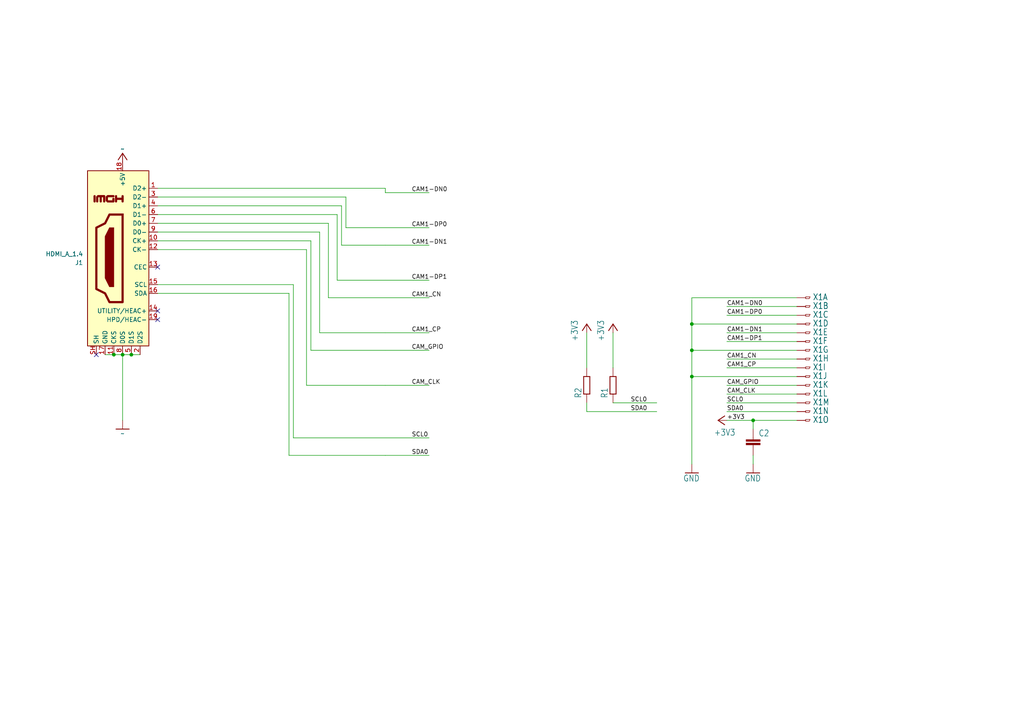
<source format=kicad_sch>
(kicad_sch (version 20231120) (generator "eeschema") (generator_version "8.0")
  (paper "A4")
  (lib_symbols
    (symbol "Connector:HDMI_A_1.4"
      (property "Reference" "J" (at -6.35 26.67 0))
      (property "Value" "HDMI_A_1.4" (at 10.16 26.67 0))
      (symbol "HDMI_A_1.4_0_0"
        (polyline (pts (xy 8.128 16.51) (xy 8.128 18.034)) (stroke (width 0.635)))
        (polyline (pts (xy 0 16.51) (xy 0 18.034) (xy 0 17.272) (xy 1.905 17.272) (xy 1.905 18.034) (xy 1.905 16.51)) (stroke (width 0.635)))
        (polyline (pts (xy 2.667 18.034) (xy 4.318 18.034) (xy 4.572 17.78) (xy 4.572 16.764) (xy 4.318 16.51) (xy 2.667 16.51) (xy 2.667 17.272)) (stroke (width 0.635)))
      )
      (symbol "HDMI_A_1.4_0_1"
        (rectangle (start -7.62 25.4) (end 10.16 -25.4) (stroke (width 0.254)) (fill (type background)))
        (polyline (pts (xy 2.54 8.89) (xy 3.81 8.89) (xy 5.08 6.35) (xy 5.08 -5.715) (xy 3.81 -8.255) (xy 2.54 -8.255) (xy 2.54 8.89)) (fill (type outline)))
        (polyline (pts (xy 5.334 16.51) (xy 5.334 18.034) (xy 6.35 18.034) (xy 6.35 16.51) (xy 6.35 18.034) (xy 7.112 18.034) (xy 7.366 17.78) (xy 7.366 16.51)) (stroke (width 0.635)))
        (polyline (pts (xy 0 12.7) (xy 0 -12.7) (xy 3.81 -12.7) (xy 5.08 -10.16) (xy 7.62 -8.89) (xy 7.62 8.89) (xy 5.08 10.16) (xy 3.81 12.7) (xy 0 12.7)) (stroke (width 0.635)))
      )
      (symbol "HDMI_A_1.4_1_1"
        (pin passive line (at -10.16 20.32 0) (length 2.54) (name "D2+") (number "1"))
        (pin passive line (at -10.16 5.08 0) (length 2.54) (name "CK+") (number "10"))
        (pin power_in line (at 2.54 -27.94 90) (length 2.54) (name "CKS") (number "11"))
        (pin passive line (at -10.16 2.54 0) (length 2.54) (name "CK-") (number "12"))
        (pin bidirectional line (at -10.16 -2.54 0) (length 2.54) (name "CEC") (number "13"))
        (pin passive line (at -10.16 -15.24 0) (length 2.54) (name "UTILITY/HEAC+") (number "14"))
        (pin passive line (at -10.16 -7.62 0) (length 2.54) (name "SCL") (number "15"))
        (pin bidirectional line (at -10.16 -10.16 0) (length 2.54) (name "SDA") (number "16"))
        (pin power_in line (at 5.08 -27.94 90) (length 2.54) (name "GND") (number "17"))
        (pin power_in line (at 0 27.94 270) (length 2.54) (name "+5V") (number "18"))
        (pin passive line (at -10.16 -17.78 0) (length 2.54) (name "HPD/HEAC-") (number "19"))
        (pin power_in line (at -5.08 -27.94 90) (length 2.54) (name "D2S") (number "2"))
        (pin passive line (at -10.16 17.78 0) (length 2.54) (name "D2-") (number "3"))
        (pin passive line (at -10.16 15.24 0) (length 2.54) (name "D1+") (number "4"))
        (pin power_in line (at -2.54 -27.94 90) (length 2.54) (name "D1S") (number "5"))
        (pin passive line (at -10.16 12.7 0) (length 2.54) (name "D1-") (number "6"))
        (pin passive line (at -10.16 10.16 0) (length 2.54) (name "D0+") (number "7"))
        (pin power_in line (at 0 -27.94 90) (length 2.54) (name "D0S") (number "8"))
        (pin passive line (at -10.16 7.62 0) (length 2.54) (name "D0-") (number "9"))
        (pin passive line (at 7.62 -27.94 90) (length 2.54) (name "SH") (number "SH"))
      )
    )
    (symbol "hdmi to ffc-eagle-import:+3V3" (power)
      (symbol "+3V3_1_0"
        (polyline (pts (xy 0 0) (xy -1.27 -1.905)) (stroke (width 0.254)))
        (polyline (pts (xy 1.27 -1.905) (xy 0 0)) (stroke (width 0.254)))
        (pin power_in line (at 0 -2.54 90) (length 2.54) (name "+3V3") (number "1"))
      )
    )
    (symbol "hdmi to ffc-eagle-import:C-EUC0805K"
      (property "Reference" "C" (at 1.524 0.381 0))
      (symbol "C-EUC0805K_1_0"
        (rectangle (start -2.032 -2.032) (end 2.032 -1.524) (fill (type outline)))
        (rectangle (start -2.032 -1.016) (end 2.032 -0.508) (fill (type outline)))
        (polyline (pts (xy 0 -2.54) (xy 0 -2.032)) (stroke (width 0.1524)))
        (polyline (pts (xy 0 0) (xy 0 -0.508)) (stroke (width 0.1524)))
        (pin passive line (at 0 2.54 270) (length 2.54) (name "1") (number "1"))
        (pin passive line (at 0 -5.08 90) (length 2.54) (name "2") (number "2"))
      )
    )
    (symbol "hdmi to ffc-eagle-import:FH12-15S-0.5SH"
      (property "Reference" "X" (at 2.032 -0.762 0))
      (symbol "FH12-15S-0.5SH_1_0"
        (polyline (pts (xy 0 -0.254) (xy 1.016 -0.254)) (stroke (width 0.1524)))
        (polyline (pts (xy 0 0.254) (xy 0 -0.254)) (stroke (width 0.1524)))
        (polyline (pts (xy 1.016 -0.254) (xy 1.27 0.254)) (stroke (width 0.1524)))
        (polyline (pts (xy 1.27 0.254) (xy 0 0.254)) (stroke (width 0.1524)))
        (pin passive line (at -2.54 0 0) (length 2.54) (name "1") (number "1"))
      )
      (symbol "FH12-15S-0.5SH_2_0"
        (polyline (pts (xy 0 -0.254) (xy 1.016 -0.254)) (stroke (width 0.1524)))
        (polyline (pts (xy 0 0.254) (xy 0 -0.254)) (stroke (width 0.1524)))
        (polyline (pts (xy 1.016 -0.254) (xy 1.27 0.254)) (stroke (width 0.1524)))
        (polyline (pts (xy 1.27 0.254) (xy 0 0.254)) (stroke (width 0.1524)))
        (pin passive line (at -2.54 0 0) (length 2.54) (name "1") (number "2"))
      )
      (symbol "FH12-15S-0.5SH_3_0"
        (polyline (pts (xy 0 -0.254) (xy 1.016 -0.254)) (stroke (width 0.1524)))
        (polyline (pts (xy 0 0.254) (xy 0 -0.254)) (stroke (width 0.1524)))
        (polyline (pts (xy 1.016 -0.254) (xy 1.27 0.254)) (stroke (width 0.1524)))
        (polyline (pts (xy 1.27 0.254) (xy 0 0.254)) (stroke (width 0.1524)))
        (pin passive line (at -2.54 0 0) (length 2.54) (name "1") (number "3"))
      )
      (symbol "FH12-15S-0.5SH_4_0"
        (polyline (pts (xy 0 -0.254) (xy 1.016 -0.254)) (stroke (width 0.1524)))
        (polyline (pts (xy 0 0.254) (xy 0 -0.254)) (stroke (width 0.1524)))
        (polyline (pts (xy 1.016 -0.254) (xy 1.27 0.254)) (stroke (width 0.1524)))
        (polyline (pts (xy 1.27 0.254) (xy 0 0.254)) (stroke (width 0.1524)))
        (pin passive line (at -2.54 0 0) (length 2.54) (name "1") (number "4"))
      )
      (symbol "FH12-15S-0.5SH_5_0"
        (polyline (pts (xy 0 -0.254) (xy 1.016 -0.254)) (stroke (width 0.1524)))
        (polyline (pts (xy 0 0.254) (xy 0 -0.254)) (stroke (width 0.1524)))
        (polyline (pts (xy 1.016 -0.254) (xy 1.27 0.254)) (stroke (width 0.1524)))
        (polyline (pts (xy 1.27 0.254) (xy 0 0.254)) (stroke (width 0.1524)))
        (pin passive line (at -2.54 0 0) (length 2.54) (name "1") (number "5"))
      )
      (symbol "FH12-15S-0.5SH_6_0"
        (polyline (pts (xy 0 -0.254) (xy 1.016 -0.254)) (stroke (width 0.1524)))
        (polyline (pts (xy 0 0.254) (xy 0 -0.254)) (stroke (width 0.1524)))
        (polyline (pts (xy 1.016 -0.254) (xy 1.27 0.254)) (stroke (width 0.1524)))
        (polyline (pts (xy 1.27 0.254) (xy 0 0.254)) (stroke (width 0.1524)))
        (pin passive line (at -2.54 0 0) (length 2.54) (name "1") (number "6"))
      )
      (symbol "FH12-15S-0.5SH_7_0"
        (polyline (pts (xy 0 -0.254) (xy 1.016 -0.254)) (stroke (width 0.1524)))
        (polyline (pts (xy 0 0.254) (xy 0 -0.254)) (stroke (width 0.1524)))
        (polyline (pts (xy 1.016 -0.254) (xy 1.27 0.254)) (stroke (width 0.1524)))
        (polyline (pts (xy 1.27 0.254) (xy 0 0.254)) (stroke (width 0.1524)))
        (pin passive line (at -2.54 0 0) (length 2.54) (name "1") (number "7"))
      )
      (symbol "FH12-15S-0.5SH_8_0"
        (polyline (pts (xy 0 -0.254) (xy 1.016 -0.254)) (stroke (width 0.1524)))
        (polyline (pts (xy 0 0.254) (xy 0 -0.254)) (stroke (width 0.1524)))
        (polyline (pts (xy 1.016 -0.254) (xy 1.27 0.254)) (stroke (width 0.1524)))
        (polyline (pts (xy 1.27 0.254) (xy 0 0.254)) (stroke (width 0.1524)))
        (pin passive line (at -2.54 0 0) (length 2.54) (name "1") (number "8"))
      )
      (symbol "FH12-15S-0.5SH_9_0"
        (polyline (pts (xy 0 -0.254) (xy 1.016 -0.254)) (stroke (width 0.1524)))
        (polyline (pts (xy 0 0.254) (xy 0 -0.254)) (stroke (width 0.1524)))
        (polyline (pts (xy 1.016 -0.254) (xy 1.27 0.254)) (stroke (width 0.1524)))
        (polyline (pts (xy 1.27 0.254) (xy 0 0.254)) (stroke (width 0.1524)))
        (pin passive line (at -2.54 0 0) (length 2.54) (name "1") (number "9"))
      )
      (symbol "FH12-15S-0.5SH_10_0"
        (polyline (pts (xy 0 -0.254) (xy 1.016 -0.254)) (stroke (width 0.1524)))
        (polyline (pts (xy 0 0.254) (xy 0 -0.254)) (stroke (width 0.1524)))
        (polyline (pts (xy 1.016 -0.254) (xy 1.27 0.254)) (stroke (width 0.1524)))
        (polyline (pts (xy 1.27 0.254) (xy 0 0.254)) (stroke (width 0.1524)))
        (pin passive line (at -2.54 0 0) (length 2.54) (name "1") (number "10"))
      )
      (symbol "FH12-15S-0.5SH_11_0"
        (polyline (pts (xy 0 -0.254) (xy 1.016 -0.254)) (stroke (width 0.1524)))
        (polyline (pts (xy 0 0.254) (xy 0 -0.254)) (stroke (width 0.1524)))
        (polyline (pts (xy 1.016 -0.254) (xy 1.27 0.254)) (stroke (width 0.1524)))
        (polyline (pts (xy 1.27 0.254) (xy 0 0.254)) (stroke (width 0.1524)))
        (pin passive line (at -2.54 0 0) (length 2.54) (name "1") (number "11"))
      )
      (symbol "FH12-15S-0.5SH_12_0"
        (polyline (pts (xy 0 -0.254) (xy 1.016 -0.254)) (stroke (width 0.1524)))
        (polyline (pts (xy 0 0.254) (xy 0 -0.254)) (stroke (width 0.1524)))
        (polyline (pts (xy 1.016 -0.254) (xy 1.27 0.254)) (stroke (width 0.1524)))
        (polyline (pts (xy 1.27 0.254) (xy 0 0.254)) (stroke (width 0.1524)))
        (pin passive line (at -2.54 0 0) (length 2.54) (name "1") (number "12"))
      )
      (symbol "FH12-15S-0.5SH_13_0"
        (polyline (pts (xy 0 -0.254) (xy 1.016 -0.254)) (stroke (width 0.1524)))
        (polyline (pts (xy 0 0.254) (xy 0 -0.254)) (stroke (width 0.1524)))
        (polyline (pts (xy 1.016 -0.254) (xy 1.27 0.254)) (stroke (width 0.1524)))
        (polyline (pts (xy 1.27 0.254) (xy 0 0.254)) (stroke (width 0.1524)))
        (pin passive line (at -2.54 0 0) (length 2.54) (name "1") (number "13"))
      )
      (symbol "FH12-15S-0.5SH_14_0"
        (polyline (pts (xy 0 -0.254) (xy 1.016 -0.254)) (stroke (width 0.1524)))
        (polyline (pts (xy 0 0.254) (xy 0 -0.254)) (stroke (width 0.1524)))
        (polyline (pts (xy 1.016 -0.254) (xy 1.27 0.254)) (stroke (width 0.1524)))
        (polyline (pts (xy 1.27 0.254) (xy 0 0.254)) (stroke (width 0.1524)))
        (pin passive line (at -2.54 0 0) (length 2.54) (name "1") (number "14"))
      )
      (symbol "FH12-15S-0.5SH_15_0"
        (polyline (pts (xy 0 -0.254) (xy 1.016 -0.254)) (stroke (width 0.1524)))
        (polyline (pts (xy 0 0.254) (xy 0 -0.254)) (stroke (width 0.1524)))
        (polyline (pts (xy 1.016 -0.254) (xy 1.27 0.254)) (stroke (width 0.1524)))
        (polyline (pts (xy 1.27 0.254) (xy 0 0.254)) (stroke (width 0.1524)))
        (pin passive line (at -2.54 0 0) (length 2.54) (name "1") (number "15"))
      )
    )
    (symbol "hdmi to ffc-eagle-import:GND" (power)
      (symbol "GND_1_0"
        (polyline (pts (xy -1.905 0) (xy 1.905 0)) (stroke (width 0.254)))
        (pin power_in line (at 0 2.54 270) (length 2.54) (name "GND") (number "1"))
      )
    )
    (symbol "hdmi to ffc-eagle-import:R-EU_M0805"
      (property "Reference" "R" (at -3.81 1.4986 0))
      (symbol "R-EU_M0805_1_0"
        (polyline (pts (xy -2.54 -0.889) (xy -2.54 0.889)) (stroke (width 0.254)))
        (polyline (pts (xy -2.54 -0.889) (xy 2.54 -0.889)) (stroke (width 0.254)))
        (polyline (pts (xy 2.54 -0.889) (xy 2.54 0.889)) (stroke (width 0.254)))
        (polyline (pts (xy 2.54 0.889) (xy -2.54 0.889)) (stroke (width 0.254)))
        (pin passive line (at -5.08 0 0) (length 2.54) (name "1") (number "1"))
        (pin passive line (at 5.08 0 180) (length 2.54) (name "2") (number "2"))
      )
    )
    (symbol "hdmi to ffc-eagle-import:R-EU_M1206"
      (property "Reference" "R" (at -3.81 1.4986 0))
      (symbol "R-EU_M1206_1_0"
        (polyline (pts (xy -2.54 -0.889) (xy -2.54 0.889)) (stroke (width 0.254)))
        (polyline (pts (xy -2.54 -0.889) (xy 2.54 -0.889)) (stroke (width 0.254)))
        (polyline (pts (xy 2.54 -0.889) (xy 2.54 0.889)) (stroke (width 0.254)))
        (polyline (pts (xy 2.54 0.889) (xy -2.54 0.889)) (stroke (width 0.254)))
        (pin passive line (at -5.08 0 0) (length 2.54) (name "1") (number "1"))
        (pin passive line (at 5.08 0 180) (length 2.54) (name "2") (number "2"))
      )
    )
  )
  (junction (at 218.44 121.92))
  (junction (at 200.66 93.98))
  (junction (at 35.56 102.87))
  (junction (at 200.66 101.6))
  (junction (at 33.02 102.87))
  (junction (at 200.66 109.22))
  (junction (at 38.1 102.87))
  (no_connect (at 45.72 77.47))
  (no_connect (at 45.72 92.71))
  (no_connect (at 27.94 102.87))
  (no_connect (at 45.72 90.17))
  (wire (pts (xy 231.14 111.76) (xy 210.82 111.76)) (stroke (width 0.1524)))
  (wire (pts (xy 83.82 85.09) (xy 83.82 132.08)))
  (wire (pts (xy 99.06 59.69) (xy 99.06 71.12)))
  (wire (pts (xy 100.33 66.04) (xy 100.33 57.15)) (stroke (width 0.1524)))
  (wire (pts (xy 45.72 85.09) (xy 83.82 85.09)))
  (wire (pts (xy 88.9 72.39) (xy 88.9 111.76)))
  (wire (pts (xy 111.76 96.52) (xy 124.46 96.52)) (stroke (width 0.1524)))
  (wire (pts (xy 30.48 102.87) (xy 33.02 102.87)))
  (wire (pts (xy 35.56 102.87) (xy 38.1 102.87)))
  (wire (pts (xy 170.18 116.84) (xy 170.18 119.38)) (stroke (width 0.1524)))
  (wire (pts (xy 88.9 111.76) (xy 111.76 111.76)))
  (wire (pts (xy 200.66 86.36) (xy 200.66 93.98)) (stroke (width 0.1524)))
  (wire (pts (xy 92.71 67.31) (xy 92.71 96.52)))
  (wire (pts (xy 177.8 96.52) (xy 177.8 106.68)) (stroke (width 0.1524)))
  (wire (pts (xy 35.56 102.87) (xy 35.56 121.92)))
  (wire (pts (xy 231.14 109.22) (xy 200.66 109.22)) (stroke (width 0.1524)))
  (wire (pts (xy 231.14 96.52) (xy 210.82 96.52)) (stroke (width 0.1524)))
  (wire (pts (xy 90.17 69.85) (xy 90.17 101.6)))
  (wire (pts (xy 99.06 71.12) (xy 111.76 71.12)))
  (wire (pts (xy 231.14 99.06) (xy 210.82 99.06)) (stroke (width 0.1524)))
  (wire (pts (xy 177.8 116.84) (xy 190.5 116.84)) (stroke (width 0.1524)))
  (wire (pts (xy 218.44 121.92) (xy 210.82 121.92)) (stroke (width 0.1524)))
  (wire (pts (xy 97.79 62.23) (xy 97.79 81.28)))
  (wire (pts (xy 218.44 134.62) (xy 218.44 132.08)) (stroke (width 0.1524)))
  (wire (pts (xy 231.14 86.36) (xy 200.66 86.36)) (stroke (width 0.1524)))
  (wire (pts (xy 100.33 66.04) (xy 124.46 66.04)) (stroke (width 0.1524)))
  (wire (pts (xy 170.18 119.38) (xy 190.5 119.38)) (stroke (width 0.1524)))
  (wire (pts (xy 200.66 101.6) (xy 200.66 109.22)) (stroke (width 0.1524)))
  (wire (pts (xy 231.14 88.9) (xy 210.82 88.9)) (stroke (width 0.1524)))
  (wire (pts (xy 231.14 114.3) (xy 210.82 114.3)) (stroke (width 0.1524)))
  (wire (pts (xy 45.72 59.69) (xy 99.06 59.69)))
  (wire (pts (xy 231.14 106.68) (xy 210.82 106.68)) (stroke (width 0.1524)))
  (wire (pts (xy 90.17 101.6) (xy 111.76 101.6)))
  (wire (pts (xy 111.76 81.28) (xy 124.46 81.28)) (stroke (width 0.1524)))
  (wire (pts (xy 231.14 121.92) (xy 218.44 121.92)) (stroke (width 0.1524)))
  (wire (pts (xy 95.25 86.36) (xy 111.76 86.36)))
  (wire (pts (xy 83.82 132.08) (xy 111.76 132.08)))
  (wire (pts (xy 111.76 132.08) (xy 124.46 132.08)) (stroke (width 0.1524)))
  (wire (pts (xy 45.72 69.85) (xy 90.17 69.85)))
  (wire (pts (xy 85.09 127) (xy 85.09 82.55)) (stroke (width 0.1524)))
  (wire (pts (xy 200.66 93.98) (xy 200.66 101.6)) (stroke (width 0.1524)))
  (wire (pts (xy 231.14 93.98) (xy 200.66 93.98)) (stroke (width 0.1524)))
  (wire (pts (xy 231.14 104.14) (xy 210.82 104.14)) (stroke (width 0.1524)))
  (wire (pts (xy 33.02 102.87) (xy 35.56 102.87)))
  (wire (pts (xy 111.76 86.36) (xy 124.46 86.36)) (stroke (width 0.1524)))
  (wire (pts (xy 218.44 124.46) (xy 218.44 121.92)) (stroke (width 0.1524)))
  (wire (pts (xy 100.33 57.15) (xy 45.72 57.15)) (stroke (width 0.1524)))
  (wire (pts (xy 231.14 91.44) (xy 210.82 91.44)) (stroke (width 0.1524)))
  (wire (pts (xy 97.79 81.28) (xy 111.76 81.28)))
  (wire (pts (xy 111.76 71.12) (xy 124.46 71.12)) (stroke (width 0.1524)))
  (wire (pts (xy 231.14 116.84) (xy 210.82 116.84)) (stroke (width 0.1524)))
  (wire (pts (xy 200.66 109.22) (xy 200.66 134.62)) (stroke (width 0.1524)))
  (wire (pts (xy 38.1 102.87) (xy 40.64 102.87)))
  (wire (pts (xy 45.72 54.61) (xy 111.76 54.61)))
  (wire (pts (xy 45.72 64.77) (xy 95.25 64.77)))
  (wire (pts (xy 92.71 96.52) (xy 111.76 96.52)))
  (wire (pts (xy 85.09 82.55) (xy 45.72 82.55)) (stroke (width 0.1524)))
  (wire (pts (xy 111.76 101.6) (xy 124.46 101.6)) (stroke (width 0.1524)))
  (wire (pts (xy 45.72 67.31) (xy 92.71 67.31)))
  (wire (pts (xy 111.76 55.88) (xy 124.46 55.88)) (stroke (width 0.1524)))
  (wire (pts (xy 111.76 54.61) (xy 111.76 55.88)))
  (wire (pts (xy 231.14 119.38) (xy 210.82 119.38)) (stroke (width 0.1524)))
  (wire (pts (xy 45.72 72.39) (xy 88.9 72.39)))
  (wire (pts (xy 45.72 62.23) (xy 97.79 62.23)))
  (wire (pts (xy 85.09 127) (xy 124.46 127)) (stroke (width 0.1524)))
  (wire (pts (xy 111.76 111.76) (xy 124.46 111.76)) (stroke (width 0.1524)))
  (wire (pts (xy 95.25 64.77) (xy 95.25 86.36)))
  (wire (pts (xy 170.18 96.52) (xy 170.18 106.68)) (stroke (width 0.1524)))
  (wire (pts (xy 231.14 101.6) (xy 200.66 101.6)) (stroke (width 0.1524)))
  (label "CAM1-DP1" (at 119.38 81.28 0) (effects (font (size 1.2446 1.2446))))
  (label "CAM1-DP0" (at 210.82 91.44 0) (effects (font (size 1.2446 1.2446))))
  (label "SDA0" (at 119.38 132.08 0) (effects (font (size 1.2446 1.2446))))
  (label "CAM1_CN" (at 210.82 104.14 0) (effects (font (size 1.2446 1.2446))))
  (label "CAM1-DP0" (at 119.38 66.04 0) (effects (font (size 1.2446 1.2446))))
  (label "CAM1_CN" (at 119.38 86.36 0) (effects (font (size 1.2446 1.2446))))
  (label "CAM_GPIO" (at 210.82 111.76 0) (effects (font (size 1.2446 1.2446))))
  (label "CAM1-DN1" (at 119.38 71.12 0) (effects (font (size 1.2446 1.2446))))
  (label "+3V3" (at 210.82 121.92 0) (effects (font (size 1.2446 1.2446))))
  (label "CAM1_CP" (at 210.82 106.68 0) (effects (font (size 1.2446 1.2446))))
  (label "CAM1-DN0" (at 119.38 55.88 0) (effects (font (size 1.2446 1.2446))))
  (label "CAM1-DP1" (at 210.82 99.06 0) (effects (font (size 1.2446 1.2446))))
  (label "SDA0" (at 210.82 119.38 0) (effects (font (size 1.2446 1.2446))))
  (label "SCL0" (at 210.82 116.84 0) (effects (font (size 1.2446 1.2446))))
  (label "CAM1-DN1" (at 210.82 96.52 0) (effects (font (size 1.2446 1.2446))))
  (label "CAM_GPIO" (at 119.38 101.6 0) (effects (font (size 1.2446 1.2446))))
  (label "SCL0" (at 119.38 127 0) (effects (font (size 1.2446 1.2446))))
  (label "CAM_CLK" (at 119.38 111.76 0) (effects (font (size 1.2446 1.2446))))
  (label "CAM1-DN0" (at 210.82 88.9 0) (effects (font (size 1.2446 1.2446))))
  (label "SDA0" (at 182.88 119.38 0) (effects (font (size 1.2446 1.2446))))
  (label "CAM1_CP" (at 119.38 96.52 0) (effects (font (size 1.2446 1.2446))))
  (label "CAM_CLK" (at 210.82 114.3 0) (effects (font (size 1.2446 1.2446))))
  (label "SCL0" (at 182.88 116.84 0) (effects (font (size 1.2446 1.2446))))
  (symbol (lib_id "hdmi to ffc-eagle-import:FH12-15S-0.5SH") (at 233.68 116.84 0) (unit 13)
    (property "Reference" "X1" (at 235.712 117.602 0) (effects (font (size 1.778 1.5113)) (justify left bottom)))
    (property "Value" "FH12-15S-0.5SH" (effects (hide yes)))
    (property "Footprint" "hdmi to ffc:FH12-15S-0.5SH" (effects (hide yes)))
  )
  (symbol (lib_id "hdmi to ffc-eagle-import:FH12-15S-0.5SH") (at 233.68 104.14 0) (unit 8)
    (property "Reference" "X1" (at 235.712 104.902 0) (effects (font (size 1.778 1.5113)) (justify left bottom)))
    (property "Value" "FH12-15S-0.5SH" (effects (hide yes)))
    (property "Footprint" "hdmi to ffc:FH12-15S-0.5SH" (effects (hide yes)))
  )
  (symbol (lib_id "Connector:HDMI_A_1.4") (at 35.56 74.93 0) (mirror y) (unit 1)
    (property "Reference" "J1" (at 24.13 76.2001 0) (effects (justify left)))
    (property "Value" "HDMI_A_1.4" (at 24.13 73.6601 0) (effects (justify left)))
    (property "Footprint" "hdmi to ffc:HDMI" (effects (hide yes)))
    (property "Datasheet" "https://en.wikipedia.org/wiki/HDMI" (effects (hide yes)))
    (property "Description" "HDMI 1.4+ type A connector" (effects (hide yes)))
  )
  (symbol (lib_id "hdmi to ffc-eagle-import:FH12-15S-0.5SH") (at 233.68 96.52 0) (unit 5)
    (property "Reference" "X1" (at 235.712 97.282 0) (effects (font (size 1.778 1.5113)) (justify left bottom)))
    (property "Value" "FH12-15S-0.5SH" (effects (hide yes)))
    (property "Footprint" "hdmi to ffc:FH12-15S-0.5SH" (effects (hide yes)))
  )
  (symbol (lib_id "hdmi to ffc-eagle-import:+3V3") (at 170.18 93.98 0) (unit 1)
    (property "Reference" "#+3V03" (effects (hide yes)))
    (property "Value" "+3V3" (at 167.64 99.06 90) (effects (font (size 1.778 1.5113)) (justify left bottom)))
  )
  (symbol (lib_id "hdmi to ffc-eagle-import:FH12-15S-0.5SH") (at 233.68 101.6 0) (unit 7)
    (property "Reference" "X1" (at 235.712 102.362 0) (effects (font (size 1.778 1.5113)) (justify left bottom)))
    (property "Value" "FH12-15S-0.5SH" (effects (hide yes)))
    (property "Footprint" "hdmi to ffc:FH12-15S-0.5SH" (effects (hide yes)))
  )
  (symbol (lib_id "hdmi to ffc-eagle-import:+3V3") (at 208.28 121.92 90) (unit 1)
    (property "Reference" "#+3V01" (effects (hide yes)))
    (property "Value" "+3V3" (at 213.36 124.46 90) (effects (font (size 1.778 1.5113)) (justify left bottom)))
  )
  (symbol (lib_id "hdmi to ffc-eagle-import:FH12-15S-0.5SH") (at 233.68 86.36 0) (unit 1)
    (property "Reference" "X1" (at 235.712 87.122 0) (effects (font (size 1.778 1.5113)) (justify left bottom)))
    (property "Value" "FH12-15S-0.5SH" (effects (hide yes)))
    (property "Footprint" "hdmi to ffc:FH12-15S-0.5SH" (effects (hide yes)))
  )
  (symbol (lib_id "hdmi to ffc-eagle-import:FH12-15S-0.5SH") (at 233.68 106.68 0) (unit 9)
    (property "Reference" "X1" (at 235.712 107.442 0) (effects (font (size 1.778 1.5113)) (justify left bottom)))
    (property "Value" "FH12-15S-0.5SH" (effects (hide yes)))
    (property "Footprint" "hdmi to ffc:FH12-15S-0.5SH" (effects (hide yes)))
  )
  (symbol (lib_id "hdmi to ffc-eagle-import:FH12-15S-0.5SH") (at 233.68 91.44 0) (unit 3)
    (property "Reference" "X1" (at 235.712 92.202 0) (effects (font (size 1.778 1.5113)) (justify left bottom)))
    (property "Value" "FH12-15S-0.5SH" (effects (hide yes)))
    (property "Footprint" "hdmi to ffc:FH12-15S-0.5SH" (effects (hide yes)))
  )
  (symbol (lib_id "hdmi to ffc-eagle-import:+3V3") (at 177.8 93.98 0) (unit 1)
    (property "Reference" "#+3V02" (effects (hide yes)))
    (property "Value" "+3V3" (at 175.26 99.06 90) (effects (font (size 1.778 1.5113)) (justify left bottom)))
  )
  (symbol (lib_id "hdmi to ffc-eagle-import:GND") (at 200.66 137.16 0) (unit 1)
    (property "Reference" "#GND01" (effects (hide yes)))
    (property "Value" "GND" (at 198.12 139.7 0) (effects (font (size 1.778 1.5113)) (justify left bottom)))
  )
  (symbol (lib_id "hdmi to ffc-eagle-import:FH12-15S-0.5SH") (at 233.68 119.38 0) (unit 14)
    (property "Reference" "X1" (at 235.712 120.142 0) (effects (font (size 1.778 1.5113)) (justify left bottom)))
    (property "Value" "FH12-15S-0.5SH" (effects (hide yes)))
    (property "Footprint" "hdmi to ffc:FH12-15S-0.5SH" (effects (hide yes)))
  )
  (symbol (lib_id "hdmi to ffc-eagle-import:R-EU_M1206") (at 177.8 111.76 90) (unit 1)
    (property "Reference" "R1" (at 176.3014 115.57 0) (effects (font (size 1.778 1.5113)) (justify left bottom)))
    (property "Value" "1,6K" (effects (hide yes)))
    (property "Footprint" "Resistor_THT:R_Axial_DIN0207_L6.3mm_D2.5mm_P10.16mm_Horizontal" (effects (hide yes)))
  )
  (symbol (lib_id "hdmi to ffc-eagle-import:GND") (at 35.56 124.46 0) (unit 1)
    (property "Reference" "#GND013" (effects (hide yes)))
    (property "Value" "~" (at 35.56 125.73 0) (effects (font (size 1.778 1.5113))))
    (property "Description" "SUPPLY SYMBOL" (effects (hide yes)))
  )
  (symbol (lib_id "hdmi to ffc-eagle-import:GND") (at 218.44 137.16 0) (unit 1)
    (property "Reference" "#GND03" (effects (hide yes)))
    (property "Value" "GND" (at 215.9 139.7 0) (effects (font (size 1.778 1.5113)) (justify left bottom)))
  )
  (symbol (lib_id "hdmi to ffc-eagle-import:C-EUC0805K") (at 218.44 127 0) (unit 1)
    (property "Reference" "C2" (at 219.964 126.619 0) (effects (font (size 1.778 1.5113)) (justify left bottom)))
    (property "Value" "0.1uF" (effects (hide yes)))
    (property "Footprint" "Capacitor_THT:C_Disc_D3.0mm_W1.6mm_P2.50mm" (effects (hide yes)))
  )
  (symbol (lib_id "hdmi to ffc-eagle-import:FH12-15S-0.5SH") (at 233.68 99.06 0) (unit 6)
    (property "Reference" "X1" (at 235.712 99.822 0) (effects (font (size 1.778 1.5113)) (justify left bottom)))
    (property "Value" "FH12-15S-0.5SH" (effects (hide yes)))
    (property "Footprint" "hdmi to ffc:FH12-15S-0.5SH" (effects (hide yes)))
  )
  (symbol (lib_id "hdmi to ffc-eagle-import:FH12-15S-0.5SH") (at 233.68 109.22 0) (unit 10)
    (property "Reference" "X1" (at 235.712 109.982 0) (effects (font (size 1.778 1.5113)) (justify left bottom)))
    (property "Value" "FH12-15S-0.5SH" (effects (hide yes)))
    (property "Footprint" "hdmi to ffc:FH12-15S-0.5SH" (effects (hide yes)))
  )
  (symbol (lib_id "hdmi to ffc-eagle-import:+3V3") (at 35.56 44.45 0) (unit 1)
    (property "Reference" "#+3V06" (effects (hide yes)))
    (property "Value" "~" (at 35.56 43.18 0) (effects (font (size 1.778 1.5113))))
    (property "Description" "SUPPLY SYMBOL" (effects (hide yes)))
  )
  (symbol (lib_id "hdmi to ffc-eagle-import:FH12-15S-0.5SH") (at 233.68 111.76 0) (unit 11)
    (property "Reference" "X1" (at 235.712 112.522 0) (effects (font (size 1.778 1.5113)) (justify left bottom)))
    (property "Value" "FH12-15S-0.5SH" (effects (hide yes)))
    (property "Footprint" "hdmi to ffc:FH12-15S-0.5SH" (effects (hide yes)))
  )
  (symbol (lib_id "hdmi to ffc-eagle-import:FH12-15S-0.5SH") (at 233.68 114.3 0) (unit 12)
    (property "Reference" "X1" (at 235.712 115.062 0) (effects (font (size 1.778 1.5113)) (justify left bottom)))
    (property "Value" "FH12-15S-0.5SH" (effects (hide yes)))
    (property "Footprint" "hdmi to ffc:FH12-15S-0.5SH" (effects (hide yes)))
  )
  (symbol (lib_id "hdmi to ffc-eagle-import:R-EU_M0805") (at 170.18 111.76 90) (unit 1)
    (property "Reference" "R2" (at 168.6814 115.57 0) (effects (font (size 1.778 1.5113)) (justify left bottom)))
    (property "Value" "1,6K" (effects (hide yes)))
    (property "Footprint" "Resistor_THT:R_Axial_DIN0207_L6.3mm_D2.5mm_P10.16mm_Horizontal" (effects (hide yes)))
  )
  (symbol (lib_id "hdmi to ffc-eagle-import:FH12-15S-0.5SH") (at 233.68 88.9 0) (unit 2)
    (property "Reference" "X1" (at 235.712 89.662 0) (effects (font (size 1.778 1.5113)) (justify left bottom)))
    (property "Value" "FH12-15S-0.5SH" (effects (hide yes)))
    (property "Footprint" "hdmi to ffc:FH12-15S-0.5SH" (effects (hide yes)))
  )
  (symbol (lib_id "hdmi to ffc-eagle-import:FH12-15S-0.5SH") (at 233.68 93.98 0) (unit 4)
    (property "Reference" "X1" (at 235.712 94.742 0) (effects (font (size 1.778 1.5113)) (justify left bottom)))
    (property "Value" "FH12-15S-0.5SH" (effects (hide yes)))
    (property "Footprint" "hdmi to ffc:FH12-15S-0.5SH" (effects (hide yes)))
  )
  (symbol (lib_id "hdmi to ffc-eagle-import:FH12-15S-0.5SH") (at 233.68 121.92 0) (unit 15)
    (property "Reference" "X1" (at 235.712 122.682 0) (effects (font (size 1.778 1.5113)) (justify left bottom)))
    (property "Value" "FH12-15S-0.5SH" (effects (hide yes)))
    (property "Footprint" "hdmi to ffc:FH12-15S-0.5SH" (effects (hide yes)))
  )
)
</source>
